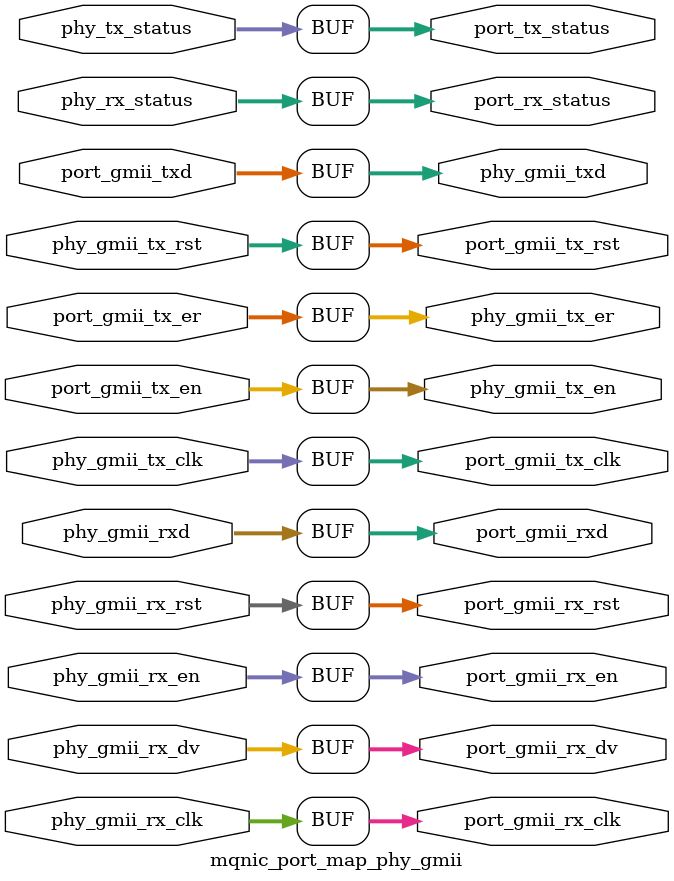
<source format=v>
/*

Copyright 2022, The Regents of the University of California.
All rights reserved.

Redistribution and use in source and binary forms, with or without
modification, are permitted provided that the following conditions are met:

   1. Redistributions of source code must retain the above copyright notice,
      this list of conditions and the following disclaimer.

   2. Redistributions in binary form must reproduce the above copyright notice,
      this list of conditions and the following disclaimer in the documentation
      and/or other materials provided with the distribution.

THIS SOFTWARE IS PROVIDED BY THE REGENTS OF THE UNIVERSITY OF CALIFORNIA ''AS
IS'' AND ANY EXPRESS OR IMPLIED WARRANTIES, INCLUDING, BUT NOT LIMITED TO, THE
IMPLIED WARRANTIES OF MERCHANTABILITY AND FITNESS FOR A PARTICULAR PURPOSE ARE
DISCLAIMED. IN NO EVENT SHALL THE REGENTS OF THE UNIVERSITY OF CALIFORNIA OR
CONTRIBUTORS BE LIABLE FOR ANY DIRECT, INDIRECT, INCIDENTAL, SPECIAL,
EXEMPLARY, OR CONSEQUENTIAL DAMAGES (INCLUDING, BUT NOT LIMITED TO, PROCUREMENT
OF SUBSTITUTE GOODS OR SERVICES; LOSS OF USE, DATA, OR PROFITS; OR BUSINESS
INTERRUPTION) HOWEVER CAUSED AND ON ANY THEORY OF LIABILITY, WHETHER IN
CONTRACT, STRICT LIABILITY, OR TORT (INCLUDING NEGLIGENCE OR OTHERWISE) ARISING
IN ANY WAY OUT OF THE USE OF THIS SOFTWARE, EVEN IF ADVISED OF THE POSSIBILITY
OF SUCH DAMAGE.

The views and conclusions contained in the software and documentation are those
of the authors and should not be interpreted as representing official policies,
either expressed or implied, of The Regents of the University of California.

*/

// Language: Verilog 2001

`resetall
`timescale 1ns / 1ps
`default_nettype none

/*
 * Port map module for GMII PHYs
 */
module mqnic_port_map_phy_gmii #
(
    parameter PHY_COUNT = 4,
    parameter PORT_MASK = 0,
    parameter PORT_GROUP_SIZE = 1,

    parameter IF_COUNT = 1,
    parameter PORTS_PER_IF = 4,

    parameter PORT_COUNT = IF_COUNT*PORTS_PER_IF,

    parameter GMII_DATA_WIDTH = 8,
    parameter GMII_CTRL_WIDTH = GMII_DATA_WIDTH/8
)
(
    // towards PHY
    input  wire [PHY_COUNT-1:0]                   phy_gmii_tx_clk,
    input  wire [PHY_COUNT-1:0]                   phy_gmii_tx_rst,
    output wire [PHY_COUNT*GMII_DATA_WIDTH-1:0]   phy_gmii_txd,
    output wire [PHY_COUNT-1:0]                   phy_gmii_tx_en,
    output wire [PHY_COUNT-1:0]                   phy_gmii_tx_er,
    input  wire [PHY_COUNT-1:0]                   phy_tx_status,

    input  wire [PHY_COUNT-1:0]                   phy_gmii_rx_clk,
    input  wire [PHY_COUNT-1:0]                   phy_gmii_rx_rst,
    input  wire [PHY_COUNT*GMII_DATA_WIDTH-1:0]   phy_gmii_rxd,
    input  wire [PHY_COUNT-1:0]                   phy_gmii_rx_dv,
    input  wire [PHY_COUNT-1:0]                   phy_gmii_rx_en,
    input  wire [PHY_COUNT-1:0]                   phy_rx_status,

    // towards MAC
    output wire [PORT_COUNT-1:0]                  port_gmii_tx_clk,
    output wire [PORT_COUNT-1:0]                  port_gmii_tx_rst,
    input  wire [PORT_COUNT*GMII_DATA_WIDTH-1:0]  port_gmii_txd,
    input  wire [PORT_COUNT-1:0]                  port_gmii_tx_en,
    input  wire [PORT_COUNT-1:0]                  port_gmii_tx_er,
    output wire [PORT_COUNT-1:0]                  port_tx_status,

    output wire [PORT_COUNT-1:0]                  port_gmii_rx_clk,
    output wire [PORT_COUNT-1:0]                  port_gmii_rx_rst,
    output wire [PORT_COUNT*GMII_DATA_WIDTH-1:0]  port_gmii_rxd,
    output wire [PORT_COUNT-1:0]                  port_gmii_rx_dv,
    output wire [PORT_COUNT-1:0]                  port_gmii_rx_en,
    output wire [PORT_COUNT-1:0]                  port_rx_status
);

initial begin
    if (PORT_COUNT > PHY_COUNT) begin
        $error("Error: Requested port count out of range (instance %m)");
        $finish;
    end
end

function [PHY_COUNT-1:0] calcMask(input [31:0] if_count, input [31:0] ports_per_if, input [31:0] group_size);
    integer iface, port, phy;
    begin
        phy = 0;
        calcMask = 0;
        if (if_count*ports_per_if*group_size <= PHY_COUNT) begin
            // all ports in their own group
            for (port = 0; port < if_count*ports_per_if; port = port + 1) begin
                calcMask[phy] = 1'b1;
                phy = phy + group_size;
            end
        end else if (if_count*((ports_per_if+group_size-1)/group_size)*group_size <= PHY_COUNT) begin
            // pack ports on each interface, each interface starts on a group boundary
            for (iface = 0; iface < if_count; iface = iface + 1) begin
                for (port = 0; port < ports_per_if; port = port + 1) begin
                    calcMask[phy] = 1'b1;
                    phy = phy + 1;
                end
                if (phy % group_size > 0) begin
                    phy = phy + group_size - (phy % group_size);
                end
            end
        end else begin
            // pack everything
            calcMask = {PHY_COUNT{1'b1}};
        end
    end
endfunction

localparam PORT_MASK_INT = PORT_MASK ? PORT_MASK : calcMask(IF_COUNT, PORTS_PER_IF, PORT_GROUP_SIZE);

function [PHY_COUNT*8-1:0] calcIndices(input [PHY_COUNT-1:0] mask);
    integer port, phy;
    begin
        port = 0;
        calcIndices = {PHY_COUNT*8{1'b1}};
        for (phy = 0; phy < PHY_COUNT; phy = phy + 1) begin
            if (mask[phy] && port < PORT_COUNT) begin
                calcIndices[phy*8 +: 8] = port;
                port = port + 1;
            end else begin
                calcIndices[phy*8 +: 8] = 8'hff;
            end
        end

        if (port < PORT_COUNT) begin
            // invalid mask - not enough set bits
            calcIndices = {PHY_COUNT*8{1'b1}};
        end
    end
endfunction

localparam IND = calcIndices(PORT_MASK_INT);

initial begin
    if (&IND) begin
        $error("Error: Invalid mask (%x) for requested port count (%d) (instance %m)", PORT_MASK_INT, PORT_COUNT);
        $finish;
    end
end

generate
    genvar n;

    for (n = 0; n < PHY_COUNT; n = n + 1) begin : phy
        if (IND[n*8 +: 8] != 8'hff) begin
            initial begin
                $display("Phy %d connected to port %d", n, IND[n*8 +: 8]);
            end
            assign port_gmii_tx_clk[IND[n*8 +: 8]] = phy_gmii_tx_clk[n];
            assign port_gmii_tx_rst[IND[n*8 +: 8]] = phy_gmii_tx_rst[n];

            assign phy_gmii_txd[n*GMII_DATA_WIDTH +: GMII_DATA_WIDTH] = port_gmii_txd[IND[n*8 +: 8]*GMII_DATA_WIDTH +: GMII_DATA_WIDTH];
            assign phy_gmii_tx_en[IND[n*8 +: 8]] = port_gmii_tx_en[n];
            assign phy_gmii_tx_er[IND[n*8 +: 8]] = port_gmii_tx_er[n];

            assign port_tx_status[IND[n*8 +: 8]] = phy_tx_status[n];

            assign port_gmii_rx_clk[IND[n*8 +: 8]] = phy_gmii_rx_clk[n];
            assign port_gmii_rx_rst[IND[n*8 +: 8]] = phy_gmii_rx_rst[n];

            assign port_gmii_rxd[IND[n*8 +: 8]*GMII_DATA_WIDTH +: GMII_DATA_WIDTH] = phy_gmii_rxd[n*GMII_DATA_WIDTH +: GMII_DATA_WIDTH];
            assign port_gmii_rx_dv[IND[n*8 +: 8]] = phy_gmii_rx_dv[n];
            assign port_gmii_rx_en[IND[n*8 +: 8]] = phy_gmii_rx_en[n];

            assign port_rx_status[IND[n*8 +: 8]] = phy_rx_status[n];
        end else begin
            initial begin
                $display("Phy %d skipped", n);
            end
            assign phy_gmii_txd[n*GMII_DATA_WIDTH +: GMII_DATA_WIDTH] = {GMII_CTRL_WIDTH{8'h07}};
        end
    end
endgenerate

endmodule

`resetall

</source>
